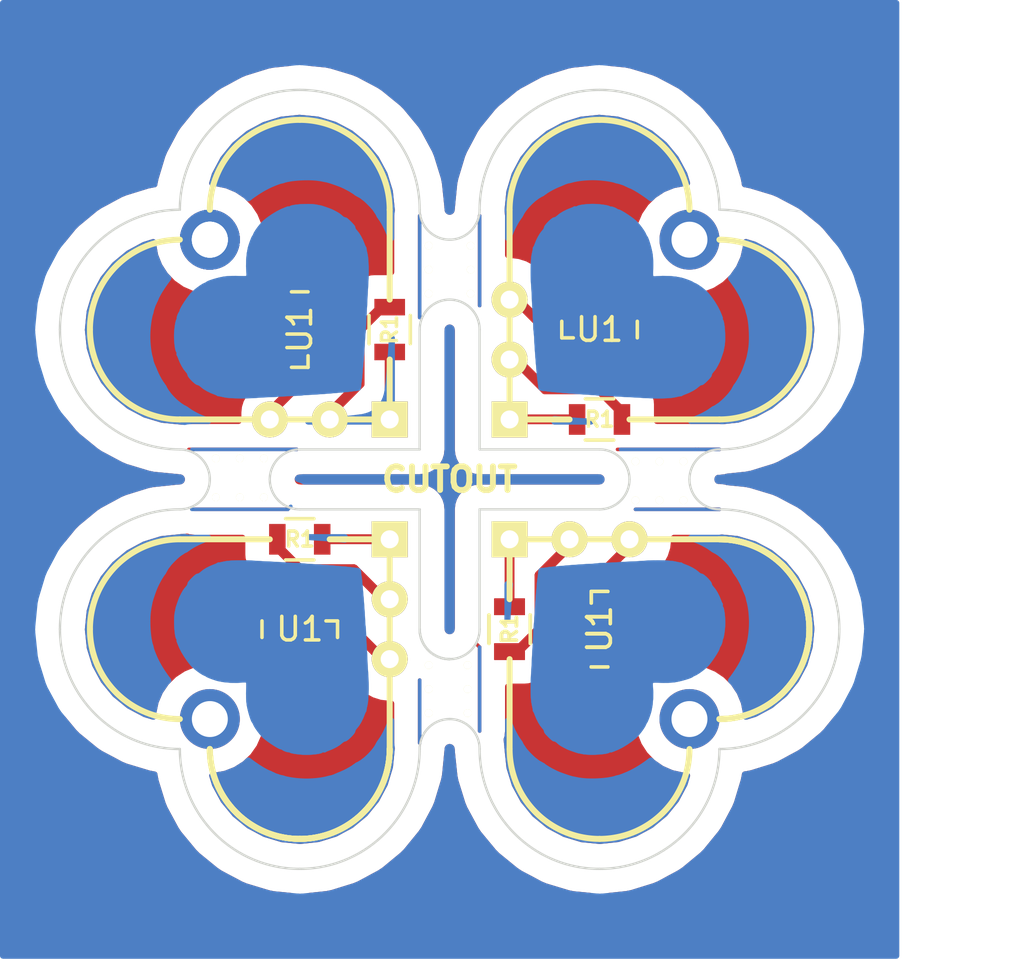
<source format=kicad_pcb>
(kicad_pcb (version 4) (host pcbnew 4.0.4-stable)
  (layers (0 F.Cu signal) (31 B.Cu signal) (34 B.Paste user hide) (35 F.Paste user) (36 B.SilkS user) (37 F.SilkS user) (38 B.Mask user hide) (39 F.Mask user) (44 Edge.Cuts user))
  (net 0 "")
  (net 1 "Net-(P1-Pad1)")
  (net 2 "Net-(P1-Pad2)")
  (net 3 "Net-(P1-Pad3)")
  (module Pin_Headers:Pin_Header_Straight_1x03 (layer F.Cu) (at 222.25 101.6 270)
    (fp_text reference P1 hide)
    (fp_text value CONN_01X03 hide)
    (pad 1 thru_hole rect (at 0 0 270) (size 1.524 1.524) (drill 0.762) (layers *.Cu *.Mask F.SilkS) (net 1 "Net-(P1-Pad1)"))
    (pad 2 thru_hole oval (at 0 2.54 270) (size 1.524 1.524) (drill 0.762) (layers *.Cu *.Mask F.SilkS) (net 2 "Net-(P1-Pad2)"))
    (pad 3 thru_hole oval (at 0 5.08 270) (size 1.524 1.524) (drill 0.762) (layers *.Cu *.Mask F.SilkS) (net 3 "Net-(P1-Pad3)"))
  )
  (module myFootPrints:heart (layer F.Cu) (at 231.394 97.536 315)
    (fp_text reference G*** hide)
    (fp_text value LOGO hide)
    (fp_poly (pts (xy 2.192727 -3.998538) (xy 2.407004 -3.972541) (xy 2.633824 -3.930282) (xy 2.851827 -3.876519) (xy 3.03965 -3.816012) (xy 3.076222 -3.801688) (xy 3.202096 -3.749754) (xy 3.28436 -3.714161) (xy 3.331905 -3.690529) (xy 3.353625 -3.674478) (xy 3.358445 -3.662701) (xy 3.380515 -3.641736) (xy 3.390299 -3.640667) (xy 3.450012 -3.62085) (xy 3.538899 -3.566371) (xy 3.648554 -3.484681) (xy 3.770572 -3.383236) (xy 3.896549 -3.269489) (xy 4.018079 -3.150893) (xy 4.126758 -3.034903) (xy 4.21418 -2.928972) (xy 4.249533 -2.878667) (xy 4.298061 -2.804964) (xy 4.334229 -2.752605) (xy 4.345958 -2.737555) (xy 4.365489 -2.70552) (xy 4.401331 -2.636893) (xy 4.446324 -2.546415) (xy 4.49331 -2.448829) (xy 4.535133 -2.358878) (xy 4.564634 -2.291303) (xy 4.572062 -2.271889) (xy 4.626033 -2.107347) (xy 4.66081 -1.981997) (xy 4.679419 -1.883144) (xy 4.684889 -1.798834) (xy 4.695233 -1.700676) (xy 4.723563 -1.640253) (xy 4.727222 -1.636889) (xy 4.748841 -1.603313) (xy 4.762126 -1.539616) (xy 4.768479 -1.435983) (xy 4.769556 -1.340556) (xy 4.767022 -1.205064) (xy 4.758485 -1.116012) (xy 4.742544 -1.063583) (xy 4.727222 -1.044222) (xy 4.69732 -0.988418) (xy 4.684998 -0.893329) (xy 4.684889 -0.882277) (xy 4.671266 -0.755422) (xy 4.633935 -0.598345) (xy 4.578205 -0.429237) (xy 4.509384 -0.26629) (xy 4.498834 -0.244657) (xy 4.470543 -0.176454) (xy 4.459111 -0.127065) (xy 4.444708 -0.086143) (xy 4.436235 -0.079963) (xy 4.41155 -0.052825) (xy 4.367199 0.010322) (xy 4.312016 0.096767) (xy 4.302179 0.112889) (xy 4.222957 0.225124) (xy 4.106046 0.36527) (xy 3.958125 0.526345) (xy 3.785871 0.701366) (xy 3.595962 0.883349) (xy 3.395074 1.06531) (xy 3.372556 1.085058) (xy 3.253264 1.190056) (xy 3.131373 1.298575) (xy 3.023485 1.395775) (xy 2.963333 1.450848) (xy 2.863736 1.542034) (xy 2.758803 1.636434) (xy 2.681111 1.704984) (xy 2.618885 1.759953) (xy 2.526599 1.842568) (xy 2.415564 1.942589) (xy 2.297093 2.049773) (xy 2.182497 2.153878) (xy 2.083089 2.244662) (xy 2.01018 2.311884) (xy 1.991972 2.328935) (xy 1.948646 2.366099) (xy 1.889018 2.413602) (xy 1.836447 2.456652) (xy 1.755392 2.525898) (xy 1.659315 2.609766) (xy 1.606796 2.656284) (xy 1.444508 2.80004) (xy 1.278879 2.945376) (xy 1.118957 3.084462) (xy 0.973788 3.209465) (xy 0.852422 3.312555) (xy 0.763905 3.3859) (xy 0.762957 3.386667) (xy 0.674044 3.460171) (xy 0.587214 3.534552) (xy 0.553184 3.564776) (xy 0.483118 3.624553) (xy 0.389797 3.699442) (xy 0.310445 3.760359) (xy 0.23047 3.821393) (xy 0.169678 3.869911) (xy 0.141159 3.895461) (xy 0.141111 3.895524) (xy 0.109654 3.920015) (xy 0.056887 3.951397) (xy 0.009334 3.974633) (xy -0.0052 3.978475) (xy -0.033669 3.965619) (xy -0.070555 3.945609) (xy -0.121151 3.912521) (xy -0.141111 3.894542) (xy -0.170638 3.868179) (xy -0.230155 3.822239) (xy -0.270115 3.793024) (xy -0.353471 3.729889) (xy -0.454908 3.648478) (xy -0.538226 3.578551) (xy -0.640192 3.491363) (xy -0.748102 3.400118) (xy -0.821248 3.33899) (xy -0.929597 3.248123) (xy -1.059858 3.137189) (xy -1.201261 3.015537) (xy -1.343032 2.892516) (xy -1.4744 2.777475) (xy -1.584592 2.679763) (xy -1.662836 2.608729) (xy -1.665111 2.60661) (xy -1.750094 2.529687) (xy -1.833194 2.458196) (xy -1.876778 2.42296) (xy -1.940828 2.372283) (xy -1.987666 2.332894) (xy -1.991972 2.328935) (xy -2.052638 2.27262) (xy -2.143998 2.188958) (xy -2.254682 2.088244) (xy -2.37332 1.980769) (xy -2.488543 1.876825) (xy -2.58898 1.786706) (xy -2.663262 1.720704) (xy -2.681111 1.70509) (xy -2.766575 1.629353) (xy -2.871052 1.534586) (xy -2.972652 1.440655) (xy -2.977444 1.436168) (xy -3.082508 1.339792) (xy -3.207118 1.228523) (xy -3.32745 1.123587) (xy -3.348772 1.105342) (xy -3.513242 0.96005) (xy -3.681298 0.802428) (xy -3.845149 0.640582) (xy -3.997001 0.482621) (xy -4.12906 0.336651) (xy -4.233533 0.21078) (xy -4.302628 0.113115) (xy -4.302764 0.112889) (xy -4.358667 0.023686) (xy -4.405297 -0.044343) (xy -4.433839 -0.078461) (xy -4.436235 -0.079963) (xy -4.457475 -0.11243) (xy -4.459111 -0.127065) (xy -4.471018 -0.177861) (xy -4.498834 -0.244657) (xy -4.569086 -0.405248) (xy -4.627003 -0.57459) (xy -4.667276 -0.73449) (xy -4.684598 -0.866755) (xy -4.684889 -0.882277) (xy -4.695233 -0.980435) (xy -4.723563 -1.040858) (xy -4.727222 -1.044222) (xy -4.749863 -1.091457) (xy -4.764805 -1.178358) (xy -4.772047 -1.288675) (xy -4.771593 -1.406157) (xy -4.763441 -1.514554) (xy -4.747589 -1.597616) (xy -4.727222 -1.636889) (xy -4.69732 -1.692693) (xy -4.684998 -1.787782) (xy -4.684889 -1.798834) (xy -4.671266 -1.925689) (xy -4.633935 -2.082766) (xy -4.578205 -2.251874) (xy -4.509384 -2.414821) (xy -4.498834 -2.436454) (xy -4.47056 -2.504406) (xy -4.459111 -2.553379) (xy -4.436389 -2.594884) (xy -4.416778 -2.60665) (xy -4.379224 -2.645041) (xy -4.374444 -2.667319) (xy -4.355634 -2.721349) (xy -4.303953 -2.805845) (xy -4.226529 -2.911447) (xy -4.130489 -3.028796) (xy -4.022959 -3.14853) (xy -3.95406 -3.219447) (xy -3.856115 -3.311128) (xy -3.746418 -3.404553) (xy -3.635327 -3.491951) (xy -3.533198 -3.56555) (xy -3.450388 -3.617581) (xy -3.397253 -3.640273) (xy -3.39265 -3.640667) (xy -3.356428 -3.657317) (xy -3.353741 -3.661833) (xy -3.320172 -3.692286) (xy -3.255112 -3.729471) (xy -3.180721 -3.762581) (xy -3.119159 -3.780809) (xy -3.107802 -3.781778) (xy -3.048024 -3.798373) (xy -3.028873 -3.812194) (xy -2.980523 -3.837822) (xy -2.888217 -3.868204) (xy -2.763955 -3.9007) (xy -2.619738 -3.932671) (xy -2.467569 -3.961476) (xy -2.319447 -3.984475) (xy -2.187374 -3.999029) (xy -2.175485 -3.99992) (xy -2.066812 -4.00005) (xy -1.931138 -3.989418) (xy -1.785396 -3.970573) (xy -1.646524 -3.946066) (xy -1.531457 -3.918447) (xy -1.460883 -3.892324) (xy -1.395881 -3.869949) (xy -1.366528 -3.866444) (xy -1.309004 -3.851838) (xy -1.216046 -3.812168) (xy -1.099199 -3.753664) (xy -0.970009 -3.682551) (xy -0.84002 -3.605056) (xy -0.720777 -3.527408) (xy -0.666954 -3.489113) (xy -0.560423 -3.4028) (xy -0.436002 -3.290508) (xy -0.312206 -3.169394) (xy -0.241893 -3.095217) (xy -0.152452 -2.9993) (xy -0.075854 -2.921022) (xy -0.020448 -2.868656) (xy 0.00506 -2.850444) (xy 0.037106 -2.870233) (xy 0.084751 -2.918723) (xy 0.091909 -2.927229) (xy 0.282684 -3.140524) (xy 0.489233 -3.339651) (xy 0.698368 -3.51289) (xy 0.896901 -3.648518) (xy 0.916139 -3.659837) (xy 1.004263 -3.707536) (xy 1.107313 -3.758526) (xy 1.210558 -3.806118) (xy 1.299266 -3.843623) (xy 1.358702 -3.864349) (xy 1.37113 -3.866444) (xy 1.430229 -3.879152) (xy 1.460883 -3.892324) (xy 1.543447 -3.922454) (xy 1.665446 -3.950808) (xy 1.809875 -3.974917) (xy 1.959729 -3.992315) (xy 2.098002 -4.000532) (xy 2.192727 -3.998538)) (layer B.Cu) (width 0.01))
  )
  (module myFootPrints:heart (layer F.Cu) (at 218.186 110.744 135)
    (fp_text reference G*** hide)
    (fp_text value LOGO hide)
    (fp_poly (pts (xy 2.192727 -3.998538) (xy 2.407004 -3.972541) (xy 2.633824 -3.930282) (xy 2.851827 -3.876519) (xy 3.03965 -3.816012) (xy 3.076222 -3.801688) (xy 3.202096 -3.749754) (xy 3.28436 -3.714161) (xy 3.331905 -3.690529) (xy 3.353625 -3.674478) (xy 3.358445 -3.662701) (xy 3.380515 -3.641736) (xy 3.390299 -3.640667) (xy 3.450012 -3.62085) (xy 3.538899 -3.566371) (xy 3.648554 -3.484681) (xy 3.770572 -3.383236) (xy 3.896549 -3.269489) (xy 4.018079 -3.150893) (xy 4.126758 -3.034903) (xy 4.21418 -2.928972) (xy 4.249533 -2.878667) (xy 4.298061 -2.804964) (xy 4.334229 -2.752605) (xy 4.345958 -2.737555) (xy 4.365489 -2.70552) (xy 4.401331 -2.636893) (xy 4.446324 -2.546415) (xy 4.49331 -2.448829) (xy 4.535133 -2.358878) (xy 4.564634 -2.291303) (xy 4.572062 -2.271889) (xy 4.626033 -2.107347) (xy 4.66081 -1.981997) (xy 4.679419 -1.883144) (xy 4.684889 -1.798834) (xy 4.695233 -1.700676) (xy 4.723563 -1.640253) (xy 4.727222 -1.636889) (xy 4.748841 -1.603313) (xy 4.762126 -1.539616) (xy 4.768479 -1.435983) (xy 4.769556 -1.340556) (xy 4.767022 -1.205064) (xy 4.758485 -1.116012) (xy 4.742544 -1.063583) (xy 4.727222 -1.044222) (xy 4.69732 -0.988418) (xy 4.684998 -0.893329) (xy 4.684889 -0.882277) (xy 4.671266 -0.755422) (xy 4.633935 -0.598345) (xy 4.578205 -0.429237) (xy 4.509384 -0.26629) (xy 4.498834 -0.244657) (xy 4.470543 -0.176454) (xy 4.459111 -0.127065) (xy 4.444708 -0.086143) (xy 4.436235 -0.079963) (xy 4.41155 -0.052825) (xy 4.367199 0.010322) (xy 4.312016 0.096767) (xy 4.302179 0.112889) (xy 4.222957 0.225124) (xy 4.106046 0.36527) (xy 3.958125 0.526345) (xy 3.785871 0.701366) (xy 3.595962 0.883349) (xy 3.395074 1.06531) (xy 3.372556 1.085058) (xy 3.253264 1.190056) (xy 3.131373 1.298575) (xy 3.023485 1.395775) (xy 2.963333 1.450848) (xy 2.863736 1.542034) (xy 2.758803 1.636434) (xy 2.681111 1.704984) (xy 2.618885 1.759953) (xy 2.526599 1.842568) (xy 2.415564 1.942589) (xy 2.297093 2.049773) (xy 2.182497 2.153878) (xy 2.083089 2.244662) (xy 2.01018 2.311884) (xy 1.991972 2.328935) (xy 1.948646 2.366099) (xy 1.889018 2.413602) (xy 1.836447 2.456652) (xy 1.755392 2.525898) (xy 1.659315 2.609766) (xy 1.606796 2.656284) (xy 1.444508 2.80004) (xy 1.278879 2.945376) (xy 1.118957 3.084462) (xy 0.973788 3.209465) (xy 0.852422 3.312555) (xy 0.763905 3.3859) (xy 0.762957 3.386667) (xy 0.674044 3.460171) (xy 0.587214 3.534552) (xy 0.553184 3.564776) (xy 0.483118 3.624553) (xy 0.389797 3.699442) (xy 0.310445 3.760359) (xy 0.23047 3.821393) (xy 0.169678 3.869911) (xy 0.141159 3.895461) (xy 0.141111 3.895524) (xy 0.109654 3.920015) (xy 0.056887 3.951397) (xy 0.009334 3.974633) (xy -0.0052 3.978475) (xy -0.033669 3.965619) (xy -0.070555 3.945609) (xy -0.121151 3.912521) (xy -0.141111 3.894542) (xy -0.170638 3.868179) (xy -0.230155 3.822239) (xy -0.270115 3.793024) (xy -0.353471 3.729889) (xy -0.454908 3.648478) (xy -0.538226 3.578551) (xy -0.640192 3.491363) (xy -0.748102 3.400118) (xy -0.821248 3.33899) (xy -0.929597 3.248123) (xy -1.059858 3.137189) (xy -1.201261 3.015537) (xy -1.343032 2.892516) (xy -1.4744 2.777475) (xy -1.584592 2.679763) (xy -1.662836 2.608729) (xy -1.665111 2.60661) (xy -1.750094 2.529687) (xy -1.833194 2.458196) (xy -1.876778 2.42296) (xy -1.940828 2.372283) (xy -1.987666 2.332894) (xy -1.991972 2.328935) (xy -2.052638 2.27262) (xy -2.143998 2.188958) (xy -2.254682 2.088244) (xy -2.37332 1.980769) (xy -2.488543 1.876825) (xy -2.58898 1.786706) (xy -2.663262 1.720704) (xy -2.681111 1.70509) (xy -2.766575 1.629353) (xy -2.871052 1.534586) (xy -2.972652 1.440655) (xy -2.977444 1.436168) (xy -3.082508 1.339792) (xy -3.207118 1.228523) (xy -3.32745 1.123587) (xy -3.348772 1.105342) (xy -3.513242 0.96005) (xy -3.681298 0.802428) (xy -3.845149 0.640582) (xy -3.997001 0.482621) (xy -4.12906 0.336651) (xy -4.233533 0.21078) (xy -4.302628 0.113115) (xy -4.302764 0.112889) (xy -4.358667 0.023686) (xy -4.405297 -0.044343) (xy -4.433839 -0.078461) (xy -4.436235 -0.079963) (xy -4.457475 -0.11243) (xy -4.459111 -0.127065) (xy -4.471018 -0.177861) (xy -4.498834 -0.244657) (xy -4.569086 -0.405248) (xy -4.627003 -0.57459) (xy -4.667276 -0.73449) (xy -4.684598 -0.866755) (xy -4.684889 -0.882277) (xy -4.695233 -0.980435) (xy -4.723563 -1.040858) (xy -4.727222 -1.044222) (xy -4.749863 -1.091457) (xy -4.764805 -1.178358) (xy -4.772047 -1.288675) (xy -4.771593 -1.406157) (xy -4.763441 -1.514554) (xy -4.747589 -1.597616) (xy -4.727222 -1.636889) (xy -4.69732 -1.692693) (xy -4.684998 -1.787782) (xy -4.684889 -1.798834) (xy -4.671266 -1.925689) (xy -4.633935 -2.082766) (xy -4.578205 -2.251874) (xy -4.509384 -2.414821) (xy -4.498834 -2.436454) (xy -4.47056 -2.504406) (xy -4.459111 -2.553379) (xy -4.436389 -2.594884) (xy -4.416778 -2.60665) (xy -4.379224 -2.645041) (xy -4.374444 -2.667319) (xy -4.355634 -2.721349) (xy -4.303953 -2.805845) (xy -4.226529 -2.911447) (xy -4.130489 -3.028796) (xy -4.022959 -3.14853) (xy -3.95406 -3.219447) (xy -3.856115 -3.311128) (xy -3.746418 -3.404553) (xy -3.635327 -3.491951) (xy -3.533198 -3.56555) (xy -3.450388 -3.617581) (xy -3.397253 -3.640273) (xy -3.39265 -3.640667) (xy -3.356428 -3.657317) (xy -3.353741 -3.661833) (xy -3.320172 -3.692286) (xy -3.255112 -3.729471) (xy -3.180721 -3.762581) (xy -3.119159 -3.780809) (xy -3.107802 -3.781778) (xy -3.048024 -3.798373) (xy -3.028873 -3.812194) (xy -2.980523 -3.837822) (xy -2.888217 -3.868204) (xy -2.763955 -3.9007) (xy -2.619738 -3.932671) (xy -2.467569 -3.961476) (xy -2.319447 -3.984475) (xy -2.187374 -3.999029) (xy -2.175485 -3.99992) (xy -2.066812 -4.00005) (xy -1.931138 -3.989418) (xy -1.785396 -3.970573) (xy -1.646524 -3.946066) (xy -1.531457 -3.918447) (xy -1.460883 -3.892324) (xy -1.395881 -3.869949) (xy -1.366528 -3.866444) (xy -1.309004 -3.851838) (xy -1.216046 -3.812168) (xy -1.099199 -3.753664) (xy -0.970009 -3.682551) (xy -0.84002 -3.605056) (xy -0.720777 -3.527408) (xy -0.666954 -3.489113) (xy -0.560423 -3.4028) (xy -0.436002 -3.290508) (xy -0.312206 -3.169394) (xy -0.241893 -3.095217) (xy -0.152452 -2.9993) (xy -0.075854 -2.921022) (xy -0.020448 -2.868656) (xy 0.00506 -2.850444) (xy 0.037106 -2.870233) (xy 0.084751 -2.918723) (xy 0.091909 -2.927229) (xy 0.282684 -3.140524) (xy 0.489233 -3.339651) (xy 0.698368 -3.51289) (xy 0.896901 -3.648518) (xy 0.916139 -3.659837) (xy 1.004263 -3.707536) (xy 1.107313 -3.758526) (xy 1.210558 -3.806118) (xy 1.299266 -3.843623) (xy 1.358702 -3.864349) (xy 1.37113 -3.866444) (xy 1.430229 -3.879152) (xy 1.460883 -3.892324) (xy 1.543447 -3.922454) (xy 1.665446 -3.950808) (xy 1.809875 -3.974917) (xy 1.959729 -3.992315) (xy 2.098002 -4.000532) (xy 2.192727 -3.998538)) (layer B.Cu) (width 0.01))
  )
  (module myFootPrints:heart (layer F.Cu) (at 218.186 97.536 45)
    (fp_text reference G*** hide)
    (fp_text value LOGO hide)
    (fp_poly (pts (xy 2.192727 -3.998538) (xy 2.407004 -3.972541) (xy 2.633824 -3.930282) (xy 2.851827 -3.876519) (xy 3.03965 -3.816012) (xy 3.076222 -3.801688) (xy 3.202096 -3.749754) (xy 3.28436 -3.714161) (xy 3.331905 -3.690529) (xy 3.353625 -3.674478) (xy 3.358445 -3.662701) (xy 3.380515 -3.641736) (xy 3.390299 -3.640667) (xy 3.450012 -3.62085) (xy 3.538899 -3.566371) (xy 3.648554 -3.484681) (xy 3.770572 -3.383236) (xy 3.896549 -3.269489) (xy 4.018079 -3.150893) (xy 4.126758 -3.034903) (xy 4.21418 -2.928972) (xy 4.249533 -2.878667) (xy 4.298061 -2.804964) (xy 4.334229 -2.752605) (xy 4.345958 -2.737555) (xy 4.365489 -2.70552) (xy 4.401331 -2.636893) (xy 4.446324 -2.546415) (xy 4.49331 -2.448829) (xy 4.535133 -2.358878) (xy 4.564634 -2.291303) (xy 4.572062 -2.271889) (xy 4.626033 -2.107347) (xy 4.66081 -1.981997) (xy 4.679419 -1.883144) (xy 4.684889 -1.798834) (xy 4.695233 -1.700676) (xy 4.723563 -1.640253) (xy 4.727222 -1.636889) (xy 4.748841 -1.603313) (xy 4.762126 -1.539616) (xy 4.768479 -1.435983) (xy 4.769556 -1.340556) (xy 4.767022 -1.205064) (xy 4.758485 -1.116012) (xy 4.742544 -1.063583) (xy 4.727222 -1.044222) (xy 4.69732 -0.988418) (xy 4.684998 -0.893329) (xy 4.684889 -0.882277) (xy 4.671266 -0.755422) (xy 4.633935 -0.598345) (xy 4.578205 -0.429237) (xy 4.509384 -0.26629) (xy 4.498834 -0.244657) (xy 4.470543 -0.176454) (xy 4.459111 -0.127065) (xy 4.444708 -0.086143) (xy 4.436235 -0.079963) (xy 4.41155 -0.052825) (xy 4.367199 0.010322) (xy 4.312016 0.096767) (xy 4.302179 0.112889) (xy 4.222957 0.225124) (xy 4.106046 0.36527) (xy 3.958125 0.526345) (xy 3.785871 0.701366) (xy 3.595962 0.883349) (xy 3.395074 1.06531) (xy 3.372556 1.085058) (xy 3.253264 1.190056) (xy 3.131373 1.298575) (xy 3.023485 1.395775) (xy 2.963333 1.450848) (xy 2.863736 1.542034) (xy 2.758803 1.636434) (xy 2.681111 1.704984) (xy 2.618885 1.759953) (xy 2.526599 1.842568) (xy 2.415564 1.942589) (xy 2.297093 2.049773) (xy 2.182497 2.153878) (xy 2.083089 2.244662) (xy 2.01018 2.311884) (xy 1.991972 2.328935) (xy 1.948646 2.366099) (xy 1.889018 2.413602) (xy 1.836447 2.456652) (xy 1.755392 2.525898) (xy 1.659315 2.609766) (xy 1.606796 2.656284) (xy 1.444508 2.80004) (xy 1.278879 2.945376) (xy 1.118957 3.084462) (xy 0.973788 3.209465) (xy 0.852422 3.312555) (xy 0.763905 3.3859) (xy 0.762957 3.386667) (xy 0.674044 3.460171) (xy 0.587214 3.534552) (xy 0.553184 3.564776) (xy 0.483118 3.624553) (xy 0.389797 3.699442) (xy 0.310445 3.760359) (xy 0.23047 3.821393) (xy 0.169678 3.869911) (xy 0.141159 3.895461) (xy 0.141111 3.895524) (xy 0.109654 3.920015) (xy 0.056887 3.951397) (xy 0.009334 3.974633) (xy -0.0052 3.978475) (xy -0.033669 3.965619) (xy -0.070555 3.945609) (xy -0.121151 3.912521) (xy -0.141111 3.894542) (xy -0.170638 3.868179) (xy -0.230155 3.822239) (xy -0.270115 3.793024) (xy -0.353471 3.729889) (xy -0.454908 3.648478) (xy -0.538226 3.578551) (xy -0.640192 3.491363) (xy -0.748102 3.400118) (xy -0.821248 3.33899) (xy -0.929597 3.248123) (xy -1.059858 3.137189) (xy -1.201261 3.015537) (xy -1.343032 2.892516) (xy -1.4744 2.777475) (xy -1.584592 2.679763) (xy -1.662836 2.608729) (xy -1.665111 2.60661) (xy -1.750094 2.529687) (xy -1.833194 2.458196) (xy -1.876778 2.42296) (xy -1.940828 2.372283) (xy -1.987666 2.332894) (xy -1.991972 2.328935) (xy -2.052638 2.27262) (xy -2.143998 2.188958) (xy -2.254682 2.088244) (xy -2.37332 1.980769) (xy -2.488543 1.876825) (xy -2.58898 1.786706) (xy -2.663262 1.720704) (xy -2.681111 1.70509) (xy -2.766575 1.629353) (xy -2.871052 1.534586) (xy -2.972652 1.440655) (xy -2.977444 1.436168) (xy -3.082508 1.339792) (xy -3.207118 1.228523) (xy -3.32745 1.123587) (xy -3.348772 1.105342) (xy -3.513242 0.96005) (xy -3.681298 0.802428) (xy -3.845149 0.640582) (xy -3.997001 0.482621) (xy -4.12906 0.336651) (xy -4.233533 0.21078) (xy -4.302628 0.113115) (xy -4.302764 0.112889) (xy -4.358667 0.023686) (xy -4.405297 -0.044343) (xy -4.433839 -0.078461) (xy -4.436235 -0.079963) (xy -4.457475 -0.11243) (xy -4.459111 -0.127065) (xy -4.471018 -0.177861) (xy -4.498834 -0.244657) (xy -4.569086 -0.405248) (xy -4.627003 -0.57459) (xy -4.667276 -0.73449) (xy -4.684598 -0.866755) (xy -4.684889 -0.882277) (xy -4.695233 -0.980435) (xy -4.723563 -1.040858) (xy -4.727222 -1.044222) (xy -4.749863 -1.091457) (xy -4.764805 -1.178358) (xy -4.772047 -1.288675) (xy -4.771593 -1.406157) (xy -4.763441 -1.514554) (xy -4.747589 -1.597616) (xy -4.727222 -1.636889) (xy -4.69732 -1.692693) (xy -4.684998 -1.787782) (xy -4.684889 -1.798834) (xy -4.671266 -1.925689) (xy -4.633935 -2.082766) (xy -4.578205 -2.251874) (xy -4.509384 -2.414821) (xy -4.498834 -2.436454) (xy -4.47056 -2.504406) (xy -4.459111 -2.553379) (xy -4.436389 -2.594884) (xy -4.416778 -2.60665) (xy -4.379224 -2.645041) (xy -4.374444 -2.667319) (xy -4.355634 -2.721349) (xy -4.303953 -2.805845) (xy -4.226529 -2.911447) (xy -4.130489 -3.028796) (xy -4.022959 -3.14853) (xy -3.95406 -3.219447) (xy -3.856115 -3.311128) (xy -3.746418 -3.404553) (xy -3.635327 -3.491951) (xy -3.533198 -3.56555) (xy -3.450388 -3.617581) (xy -3.397253 -3.640273) (xy -3.39265 -3.640667) (xy -3.356428 -3.657317) (xy -3.353741 -3.661833) (xy -3.320172 -3.692286) (xy -3.255112 -3.729471) (xy -3.180721 -3.762581) (xy -3.119159 -3.780809) (xy -3.107802 -3.781778) (xy -3.048024 -3.798373) (xy -3.028873 -3.812194) (xy -2.980523 -3.837822) (xy -2.888217 -3.868204) (xy -2.763955 -3.9007) (xy -2.619738 -3.932671) (xy -2.467569 -3.961476) (xy -2.319447 -3.984475) (xy -2.187374 -3.999029) (xy -2.175485 -3.99992) (xy -2.066812 -4.00005) (xy -1.931138 -3.989418) (xy -1.785396 -3.970573) (xy -1.646524 -3.946066) (xy -1.531457 -3.918447) (xy -1.460883 -3.892324) (xy -1.395881 -3.869949) (xy -1.366528 -3.866444) (xy -1.309004 -3.851838) (xy -1.216046 -3.812168) (xy -1.099199 -3.753664) (xy -0.970009 -3.682551) (xy -0.84002 -3.605056) (xy -0.720777 -3.527408) (xy -0.666954 -3.489113) (xy -0.560423 -3.4028) (xy -0.436002 -3.290508) (xy -0.312206 -3.169394) (xy -0.241893 -3.095217) (xy -0.152452 -2.9993) (xy -0.075854 -2.921022) (xy -0.020448 -2.868656) (xy 0.00506 -2.850444) (xy 0.037106 -2.870233) (xy 0.084751 -2.918723) (xy 0.091909 -2.927229) (xy 0.282684 -3.140524) (xy 0.489233 -3.339651) (xy 0.698368 -3.51289) (xy 0.896901 -3.648518) (xy 0.916139 -3.659837) (xy 1.004263 -3.707536) (xy 1.107313 -3.758526) (xy 1.210558 -3.806118) (xy 1.299266 -3.843623) (xy 1.358702 -3.864349) (xy 1.37113 -3.866444) (xy 1.430229 -3.879152) (xy 1.460883 -3.892324) (xy 1.543447 -3.922454) (xy 1.665446 -3.950808) (xy 1.809875 -3.974917) (xy 1.959729 -3.992315) (xy 2.098002 -4.000532) (xy 2.192727 -3.998538)) (layer B.Cu) (width 0.01))
  )
  (module Resistors_SMD:R_0805 (layer F.Cu) (at 231.14 101.6)
    (fp_text reference R1 (at 0 0) (layer F.SilkS) (effects (font (size 0.635 0.635))))
    (fp_text value 6K8)
    (pad 1 smd rect (at -0.95 0) (size 0.7 1.3) (layers F.Cu F.Paste F.Mask) (net 1 "Net-(P1-Pad1)"))
    (pad 2 smd rect (at 0.95 0) (size 0.7 1.3) (layers F.Cu F.Paste F.Mask) (net 2 "Net-(P1-Pad2)"))
  )
  (module myFootPrints:MOUSEBITEx3 (layer F.Cu) (at 225.679 95.25 90)
    (fp_text reference B3 hide)
    (fp_text value 1pin hide)
    (pad "" np_thru_hole circle (at -1.016 0 90) (size 0.3302 0.3302) (drill 0.3302) (layers *.Cu *.Mask F.SilkS))
    (pad "" np_thru_hole circle (at 1.016 0 90) (size 0.3302 0.3302) (drill 0.3302) (layers *.Cu *.Mask F.SilkS))
    (pad "" np_thru_hole circle (at 0 0 90) (size 0.3302 0.3302) (drill 0.3302) (layers *.Cu *.Mask F.SilkS))
  )
  (module myFootPrints:MOUSEBITEx3 (layer F.Cu) (at 233.68 103.378 180)
    (fp_text reference B3 hide)
    (fp_text value 1pin hide)
    (pad "" np_thru_hole circle (at -1.016 0 180) (size 0.3302 0.3302) (drill 0.3302) (layers *.Cu *.Mask F.SilkS))
    (pad "" np_thru_hole circle (at 1.016 0 180) (size 0.3302 0.3302) (drill 0.3302) (layers *.Cu *.Mask F.SilkS))
    (pad "" np_thru_hole circle (at 0 0 180) (size 0.3302 0.3302) (drill 0.3302) (layers *.Cu *.Mask F.SilkS))
  )
  (module Pin_Headers:Pin_Header_Straight_1x03 (layer F.Cu) (at 227.33 101.6 180)
    (fp_text reference P1 hide)
    (fp_text value CONN_01X03 hide)
    (pad 1 thru_hole rect (at 0 0 180) (size 1.524 1.524) (drill 0.762) (layers *.Cu *.Mask F.SilkS) (net 1 "Net-(P1-Pad1)"))
    (pad 2 thru_hole oval (at 0 2.54 180) (size 1.524 1.524) (drill 0.762) (layers *.Cu *.Mask F.SilkS) (net 2 "Net-(P1-Pad2)"))
    (pad 3 thru_hole oval (at 0 5.08 180) (size 1.524 1.524) (drill 0.762) (layers *.Cu *.Mask F.SilkS) (net 3 "Net-(P1-Pad3)"))
  )
  (module Pin_Headers:Pin_Header_Straight_1x01 (layer F.Cu) (at 234.95 93.98 270)
    (fp_text reference P2 hide)
    (fp_text value CONN_01X03)
    (pad "" thru_hole circle (at 0 0 270) (size 2.54 2.54) (drill 1.524) (layers *.Cu *.Mask))
  )
  (module TO_SOT_Packages_SMD:TSOT-6-MK06A (layer F.Cu) (at 231.14 97.79)
    (fp_text reference U1 (at 0 0) (layer F.SilkS))
    (fp_text value DS2431P)
    (pad 1 smd rect (at -0.94996 1.30048) (size 0.69088 1.00076) (layers F.Cu F.Paste F.Mask) (net 3 "Net-(P1-Pad3)"))
    (pad 2 smd rect (at 0 1.30048) (size 0.69088 1.00076) (layers F.Cu F.Paste F.Mask) (net 2 "Net-(P1-Pad2)"))
    (pad 3 smd rect (at 0.94996 1.30048) (size 0.69088 1.00076) (layers F.Cu F.Paste F.Mask))
    (pad 4 smd rect (at 0.94996 -1.30048) (size 0.69088 1.00076) (layers F.Cu F.Paste F.Mask))
    (pad 5 smd rect (at 0 -1.30048) (size 0.69088 1.00076) (layers F.Cu F.Paste F.Mask))
    (pad 6 smd rect (at -0.94996 -1.30048) (size 0.69088 1.00076) (layers F.Cu F.Paste F.Mask))
  )
  (module TO_SOT_Packages_SMD:TSOT-6-MK06A (layer F.Cu) (at 218.44 110.49 180)
    (fp_text reference U1 (at 0 0 180) (layer F.SilkS))
    (fp_text value DS2431P)
    (pad 1 smd rect (at -0.94996 1.30048 180) (size 0.69088 1.00076) (layers F.Cu F.Paste F.Mask) (net 3 "Net-(P1-Pad3)"))
    (pad 2 smd rect (at 0 1.30048 180) (size 0.69088 1.00076) (layers F.Cu F.Paste F.Mask) (net 2 "Net-(P1-Pad2)"))
    (pad 3 smd rect (at 0.94996 1.30048 180) (size 0.69088 1.00076) (layers F.Cu F.Paste F.Mask))
    (pad 4 smd rect (at 0.94996 -1.30048 180) (size 0.69088 1.00076) (layers F.Cu F.Paste F.Mask))
    (pad 5 smd rect (at 0 -1.30048 180) (size 0.69088 1.00076) (layers F.Cu F.Paste F.Mask))
    (pad 6 smd rect (at -0.94996 -1.30048 180) (size 0.69088 1.00076) (layers F.Cu F.Paste F.Mask))
  )
  (module Pin_Headers:Pin_Header_Straight_1x01 (layer F.Cu) (at 214.63 114.3 90)
    (fp_text reference P2 hide)
    (fp_text value CONN_01X03)
    (pad "" thru_hole circle (at 0 0 90) (size 2.54 2.54) (drill 1.524) (layers *.Cu *.Mask))
  )
  (module myFootPrints:MOUSEBITEx3 (layer F.Cu) (at 215.9 104.902)
    (fp_text reference B3 hide)
    (fp_text value 1pin hide)
    (pad "" np_thru_hole circle (at -1.016 0) (size 0.3302 0.3302) (drill 0.3302) (layers *.Cu *.Mask F.SilkS))
    (pad "" np_thru_hole circle (at 1.016 0) (size 0.3302 0.3302) (drill 0.3302) (layers *.Cu *.Mask F.SilkS))
    (pad "" np_thru_hole circle (at 0 0) (size 0.3302 0.3302) (drill 0.3302) (layers *.Cu *.Mask F.SilkS))
  )
  (module Resistors_SMD:R_0805 (layer F.Cu) (at 218.44 106.68 180)
    (fp_text reference R1 (at 0 0 180) (layer F.SilkS) (effects (font (size 0.635 0.635))))
    (fp_text value 6K8)
    (pad 1 smd rect (at -0.95 0 180) (size 0.7 1.3) (layers F.Cu F.Paste F.Mask) (net 1 "Net-(P1-Pad1)"))
    (pad 2 smd rect (at 0.95 0 180) (size 0.7 1.3) (layers F.Cu F.Paste F.Mask) (net 2 "Net-(P1-Pad2)"))
  )
  (module Pin_Headers:Pin_Header_Straight_1x03 (layer F.Cu) (at 222.25 106.68)
    (fp_text reference P1 hide)
    (fp_text value CONN_01X03 hide)
    (pad 1 thru_hole rect (at 0 0) (size 1.524 1.524) (drill 0.762) (layers *.Cu *.Mask F.SilkS) (net 1 "Net-(P1-Pad1)"))
    (pad 2 thru_hole oval (at 0 2.54) (size 1.524 1.524) (drill 0.762) (layers *.Cu *.Mask F.SilkS) (net 2 "Net-(P1-Pad2)"))
    (pad 3 thru_hole oval (at 0 5.08) (size 1.524 1.524) (drill 0.762) (layers *.Cu *.Mask F.SilkS) (net 3 "Net-(P1-Pad3)"))
  )
  (module myFootPrints:MOUSEBITEx3 (layer F.Cu) (at 223.901 113.03 270)
    (fp_text reference B3 hide)
    (fp_text value 1pin hide)
    (pad "" np_thru_hole circle (at -1.016 0 270) (size 0.3302 0.3302) (drill 0.3302) (layers *.Cu *.Mask F.SilkS))
    (pad "" np_thru_hole circle (at 1.016 0 270) (size 0.3302 0.3302) (drill 0.3302) (layers *.Cu *.Mask F.SilkS))
    (pad "" np_thru_hole circle (at 0 0 270) (size 0.3302 0.3302) (drill 0.3302) (layers *.Cu *.Mask F.SilkS))
  )
  (module Resistors_SMD:R_0805 (layer F.Cu) (at 227.33 110.49 270)
    (fp_text reference R1 (at 0 0 270) (layer F.SilkS) (effects (font (size 0.635 0.635))))
    (fp_text value 6K8)
    (pad 1 smd rect (at -0.95 0 270) (size 0.7 1.3) (layers F.Cu F.Paste F.Mask) (net 1 "Net-(P1-Pad1)"))
    (pad 2 smd rect (at 0.95 0 270) (size 0.7 1.3) (layers F.Cu F.Paste F.Mask) (net 2 "Net-(P1-Pad2)"))
  )
  (module TO_SOT_Packages_SMD:TSOT-6-MK06A (layer F.Cu) (at 231.14 110.49 270)
    (fp_text reference U1 (at 0 0 270) (layer F.SilkS))
    (fp_text value DS2431P)
    (pad 1 smd rect (at -0.94996 1.30048 270) (size 0.69088 1.00076) (layers F.Cu F.Paste F.Mask) (net 3 "Net-(P1-Pad3)"))
    (pad 2 smd rect (at 0 1.30048 270) (size 0.69088 1.00076) (layers F.Cu F.Paste F.Mask) (net 2 "Net-(P1-Pad2)"))
    (pad 3 smd rect (at 0.94996 1.30048 270) (size 0.69088 1.00076) (layers F.Cu F.Paste F.Mask))
    (pad 4 smd rect (at 0.94996 -1.30048 270) (size 0.69088 1.00076) (layers F.Cu F.Paste F.Mask))
    (pad 5 smd rect (at 0 -1.30048 270) (size 0.69088 1.00076) (layers F.Cu F.Paste F.Mask))
    (pad 6 smd rect (at -0.94996 -1.30048 270) (size 0.69088 1.00076) (layers F.Cu F.Paste F.Mask))
  )
  (module myFootPrints:MOUSEBITEx3 (layer F.Cu) (at 233.68 105.029)
    (fp_text reference B3 hide)
    (fp_text value 1pin hide)
    (pad "" np_thru_hole circle (at -1.016 0) (size 0.3302 0.3302) (drill 0.3302) (layers *.Cu *.Mask F.SilkS))
    (pad "" np_thru_hole circle (at 1.016 0) (size 0.3302 0.3302) (drill 0.3302) (layers *.Cu *.Mask F.SilkS))
    (pad "" np_thru_hole circle (at 0 0) (size 0.3302 0.3302) (drill 0.3302) (layers *.Cu *.Mask F.SilkS))
  )
  (module Pin_Headers:Pin_Header_Straight_1x03 (layer F.Cu) (at 227.33 106.68 90)
    (fp_text reference P1 hide)
    (fp_text value CONN_01X03 hide)
    (pad 1 thru_hole rect (at 0 0 90) (size 1.524 1.524) (drill 0.762) (layers *.Cu *.Mask F.SilkS) (net 1 "Net-(P1-Pad1)"))
    (pad 2 thru_hole oval (at 0 2.54 90) (size 1.524 1.524) (drill 0.762) (layers *.Cu *.Mask F.SilkS) (net 2 "Net-(P1-Pad2)"))
    (pad 3 thru_hole oval (at 0 5.08 90) (size 1.524 1.524) (drill 0.762) (layers *.Cu *.Mask F.SilkS) (net 3 "Net-(P1-Pad3)"))
  )
  (module Pin_Headers:Pin_Header_Straight_1x01 (layer F.Cu) (at 234.95 114.3 180)
    (fp_text reference P2 hide)
    (fp_text value CONN_01X03)
    (pad "" thru_hole circle (at 0 0 180) (size 2.54 2.54) (drill 1.524) (layers *.Cu *.Mask))
  )
  (module TO_SOT_Packages_SMD:TSOT-6-MK06A (layer F.Cu) (at 231.14 110.49 270)
    (fp_text reference U1 (at 0 0 270) (layer F.SilkS))
    (fp_text value DS2431P)
    (pad 1 smd rect (at -0.94996 1.30048 270) (size 0.69088 1.00076) (layers F.Cu F.Paste F.Mask) (net 3 "Net-(P1-Pad3)"))
    (pad 2 smd rect (at 0 1.30048 270) (size 0.69088 1.00076) (layers F.Cu F.Paste F.Mask) (net 2 "Net-(P1-Pad2)"))
    (pad 3 smd rect (at 0.94996 1.30048 270) (size 0.69088 1.00076) (layers F.Cu F.Paste F.Mask))
    (pad 4 smd rect (at 0.94996 -1.30048 270) (size 0.69088 1.00076) (layers F.Cu F.Paste F.Mask))
    (pad 5 smd rect (at 0 -1.30048 270) (size 0.69088 1.00076) (layers F.Cu F.Paste F.Mask))
    (pad 6 smd rect (at -0.94996 -1.30048 270) (size 0.69088 1.00076) (layers F.Cu F.Paste F.Mask))
  )
  (module Resistors_SMD:R_0805 (layer F.Cu) (at 227.33 110.49 270)
    (fp_text reference R1 (at 0 0 270) (layer F.SilkS) (effects (font (size 0.635 0.635))))
    (fp_text value 6K8)
    (pad 1 smd rect (at -0.95 0 270) (size 0.7 1.3) (layers F.Cu F.Paste F.Mask) (net 1 "Net-(P1-Pad1)"))
    (pad 2 smd rect (at 0.95 0 270) (size 0.7 1.3) (layers F.Cu F.Paste F.Mask) (net 2 "Net-(P1-Pad2)"))
  )
  (module Resistors_SMD:R_0805 (layer F.Cu) (at 227.33 110.49 270)
    (fp_text reference R1 (at 0 0 270) (layer F.SilkS) (effects (font (size 0.635 0.635))))
    (fp_text value 6K8)
    (pad 1 smd rect (at -0.95 0 270) (size 0.7 1.3) (layers F.Cu F.Paste F.Mask) (net 1 "Net-(P1-Pad1)"))
    (pad 2 smd rect (at 0.95 0 270) (size 0.7 1.3) (layers F.Cu F.Paste F.Mask) (net 2 "Net-(P1-Pad2)"))
  )
  (module TO_SOT_Packages_SMD:TSOT-6-MK06A (layer F.Cu) (at 231.14 110.49 270)
    (fp_text reference U1 (at 0 0 270) (layer F.SilkS))
    (fp_text value DS2431P)
    (pad 1 smd rect (at -0.94996 1.30048 270) (size 0.69088 1.00076) (layers F.Cu F.Paste F.Mask) (net 3 "Net-(P1-Pad3)"))
    (pad 2 smd rect (at 0 1.30048 270) (size 0.69088 1.00076) (layers F.Cu F.Paste F.Mask) (net 2 "Net-(P1-Pad2)"))
    (pad 3 smd rect (at 0.94996 1.30048 270) (size 0.69088 1.00076) (layers F.Cu F.Paste F.Mask))
    (pad 4 smd rect (at 0.94996 -1.30048 270) (size 0.69088 1.00076) (layers F.Cu F.Paste F.Mask))
    (pad 5 smd rect (at 0 -1.30048 270) (size 0.69088 1.00076) (layers F.Cu F.Paste F.Mask))
    (pad 6 smd rect (at -0.94996 -1.30048 270) (size 0.69088 1.00076) (layers F.Cu F.Paste F.Mask))
  )
  (module myFootPrints:MOUSEBITEx3 (layer F.Cu) (at 225.552 113.03 90)
    (fp_text reference B3 hide)
    (fp_text value 1pin hide)
    (pad "" np_thru_hole circle (at -1.016 0 90) (size 0.3302 0.3302) (drill 0.3302) (layers *.Cu *.Mask F.SilkS))
    (pad "" np_thru_hole circle (at 1.016 0 90) (size 0.3302 0.3302) (drill 0.3302) (layers *.Cu *.Mask F.SilkS))
    (pad "" np_thru_hole circle (at 0 0 90) (size 0.3302 0.3302) (drill 0.3302) (layers *.Cu *.Mask F.SilkS))
  )
  (module TO_SOT_Packages_SMD:TSOT-6-MK06A (layer F.Cu) (at 231.14 110.49 270)
    (fp_text reference U1 (at 0 0 270) (layer F.SilkS))
    (fp_text value DS2431P)
    (pad 1 smd rect (at -0.94996 1.30048 270) (size 0.69088 1.00076) (layers F.Cu F.Paste F.Mask) (net 3 "Net-(P1-Pad3)"))
    (pad 2 smd rect (at 0 1.30048 270) (size 0.69088 1.00076) (layers F.Cu F.Paste F.Mask) (net 2 "Net-(P1-Pad2)"))
    (pad 3 smd rect (at 0.94996 1.30048 270) (size 0.69088 1.00076) (layers F.Cu F.Paste F.Mask))
    (pad 4 smd rect (at 0.94996 -1.30048 270) (size 0.69088 1.00076) (layers F.Cu F.Paste F.Mask))
    (pad 5 smd rect (at 0 -1.30048 270) (size 0.69088 1.00076) (layers F.Cu F.Paste F.Mask))
    (pad 6 smd rect (at -0.94996 -1.30048 270) (size 0.69088 1.00076) (layers F.Cu F.Paste F.Mask))
  )
  (module Resistors_SMD:R_0805 (layer F.Cu) (at 227.33 110.49 270)
    (fp_text reference R1 (at 0 0 270) (layer F.SilkS) (effects (font (size 0.635 0.635))))
    (fp_text value 6K8)
    (pad 1 smd rect (at -0.95 0 270) (size 0.7 1.3) (layers F.Cu F.Paste F.Mask) (net 1 "Net-(P1-Pad1)"))
    (pad 2 smd rect (at 0.95 0 270) (size 0.7 1.3) (layers F.Cu F.Paste F.Mask) (net 2 "Net-(P1-Pad2)"))
  )
  (module Pin_Headers:Pin_Header_Straight_1x01 (layer F.Cu) (at 214.63 93.98)
    (fp_text reference P2 hide)
    (fp_text value CONN_01X03)
    (pad "" thru_hole circle (at 0 0) (size 2.54 2.54) (drill 1.524) (layers *.Cu *.Mask))
  )
  (module myFootPrints:MOUSEBITEx3 (layer F.Cu) (at 223.901 95.25 270)
    (fp_text reference B3 hide)
    (fp_text value 1pin hide)
    (pad "" np_thru_hole circle (at -1.016 0 270) (size 0.3302 0.3302) (drill 0.3302) (layers *.Cu *.Mask F.SilkS))
    (pad "" np_thru_hole circle (at 1.016 0 270) (size 0.3302 0.3302) (drill 0.3302) (layers *.Cu *.Mask F.SilkS))
    (pad "" np_thru_hole circle (at 0 0 270) (size 0.3302 0.3302) (drill 0.3302) (layers *.Cu *.Mask F.SilkS))
  )
  (module Pin_Headers:Pin_Header_Straight_1x01 (layer F.Cu) (at 214.63 93.98)
    (fp_text reference P2 hide)
    (fp_text value CONN_01X03)
    (pad "" thru_hole circle (at 0 0) (size 2.54 2.54) (drill 1.524) (layers *.Cu *.Mask))
  )
  (module Pin_Headers:Pin_Header_Straight_1x01 (layer F.Cu) (at 214.63 93.98)
    (fp_text reference P2 hide)
    (fp_text value CONN_01X03)
    (pad "" thru_hole circle (at 0 0) (size 2.54 2.54) (drill 1.524) (layers *.Cu *.Mask))
  )
  (module myFootPrints:MOUSEBITEx3 (layer F.Cu) (at 215.9 103.251 180)
    (fp_text reference B3 hide)
    (fp_text value 1pin hide)
    (pad "" np_thru_hole circle (at -1.016 0 180) (size 0.3302 0.3302) (drill 0.3302) (layers *.Cu *.Mask F.SilkS))
    (pad "" np_thru_hole circle (at 1.016 0 180) (size 0.3302 0.3302) (drill 0.3302) (layers *.Cu *.Mask F.SilkS) (clearance 0.1))
    (pad "" np_thru_hole circle (at 0 0 180) (size 0.3302 0.3302) (drill 0.3302) (layers *.Cu *.Mask F.SilkS))
  )
  (module Pin_Headers:Pin_Header_Straight_1x01 (layer F.Cu) (at 214.63 93.98)
    (fp_text reference P2 hide)
    (fp_text value CONN_01X03)
    (pad "" thru_hole circle (at 0 0) (size 2.54 2.54) (drill 1.524) (layers *.Cu *.Mask))
  )
  (module TO_SOT_Packages_SMD:TSOT-6-MK06A (layer F.Cu) (at 218.44 97.79 90)
    (fp_text reference U1 (at 0 0 90) (layer F.SilkS))
    (fp_text value DS2431P)
    (pad 1 smd rect (at -0.94996 1.30048 90) (size 0.69088 1.00076) (layers F.Cu F.Paste F.Mask) (net 3 "Net-(P1-Pad3)"))
    (pad 2 smd rect (at 0 1.30048 90) (size 0.69088 1.00076) (layers F.Cu F.Paste F.Mask) (net 2 "Net-(P1-Pad2)"))
    (pad 3 smd rect (at 0.94996 1.30048 90) (size 0.69088 1.00076) (layers F.Cu F.Paste F.Mask))
    (pad 4 smd rect (at 0.94996 -1.30048 90) (size 0.69088 1.00076) (layers F.Cu F.Paste F.Mask))
    (pad 5 smd rect (at 0 -1.30048 90) (size 0.69088 1.00076) (layers F.Cu F.Paste F.Mask))
    (pad 6 smd rect (at -0.94996 -1.30048 90) (size 0.69088 1.00076) (layers F.Cu F.Paste F.Mask))
  )
  (module Resistors_SMD:R_0805 (layer F.Cu) (at 222.25 97.79 90)
    (fp_text reference R1 (at 0 0 90) (layer F.SilkS) (effects (font (size 0.635 0.635))))
    (fp_text value 6K8)
    (pad 1 smd rect (at -0.95 0 90) (size 0.7 1.3) (layers F.Cu F.Paste F.Mask) (net 1 "Net-(P1-Pad1)"))
    (pad 2 smd rect (at 0.95 0 90) (size 0.7 1.3) (layers F.Cu F.Paste F.Mask) (net 2 "Net-(P1-Pad2)"))
  )
  (module myFootPrints:heart (layer F.Cu) (at 231.394 110.744 225)
    (fp_text reference G*** hide)
    (fp_text value LOGO hide)
    (fp_poly (pts (xy 2.192727 -3.998538) (xy 2.407004 -3.972541) (xy 2.633824 -3.930282) (xy 2.851827 -3.876519) (xy 3.03965 -3.816012) (xy 3.076222 -3.801688) (xy 3.202096 -3.749754) (xy 3.28436 -3.714161) (xy 3.331905 -3.690529) (xy 3.353625 -3.674478) (xy 3.358445 -3.662701) (xy 3.380515 -3.641736) (xy 3.390299 -3.640667) (xy 3.450012 -3.62085) (xy 3.538899 -3.566371) (xy 3.648554 -3.484681) (xy 3.770572 -3.383236) (xy 3.896549 -3.269489) (xy 4.018079 -3.150893) (xy 4.126758 -3.034903) (xy 4.21418 -2.928972) (xy 4.249533 -2.878667) (xy 4.298061 -2.804964) (xy 4.334229 -2.752605) (xy 4.345958 -2.737555) (xy 4.365489 -2.70552) (xy 4.401331 -2.636893) (xy 4.446324 -2.546415) (xy 4.49331 -2.448829) (xy 4.535133 -2.358878) (xy 4.564634 -2.291303) (xy 4.572062 -2.271889) (xy 4.626033 -2.107347) (xy 4.66081 -1.981997) (xy 4.679419 -1.883144) (xy 4.684889 -1.798834) (xy 4.695233 -1.700676) (xy 4.723563 -1.640253) (xy 4.727222 -1.636889) (xy 4.748841 -1.603313) (xy 4.762126 -1.539616) (xy 4.768479 -1.435983) (xy 4.769556 -1.340556) (xy 4.767022 -1.205064) (xy 4.758485 -1.116012) (xy 4.742544 -1.063583) (xy 4.727222 -1.044222) (xy 4.69732 -0.988418) (xy 4.684998 -0.893329) (xy 4.684889 -0.882277) (xy 4.671266 -0.755422) (xy 4.633935 -0.598345) (xy 4.578205 -0.429237) (xy 4.509384 -0.26629) (xy 4.498834 -0.244657) (xy 4.470543 -0.176454) (xy 4.459111 -0.127065) (xy 4.444708 -0.086143) (xy 4.436235 -0.079963) (xy 4.41155 -0.052825) (xy 4.367199 0.010322) (xy 4.312016 0.096767) (xy 4.302179 0.112889) (xy 4.222957 0.225124) (xy 4.106046 0.36527) (xy 3.958125 0.526345) (xy 3.785871 0.701366) (xy 3.595962 0.883349) (xy 3.395074 1.06531) (xy 3.372556 1.085058) (xy 3.253264 1.190056) (xy 3.131373 1.298575) (xy 3.023485 1.395775) (xy 2.963333 1.450848) (xy 2.863736 1.542034) (xy 2.758803 1.636434) (xy 2.681111 1.704984) (xy 2.618885 1.759953) (xy 2.526599 1.842568) (xy 2.415564 1.942589) (xy 2.297093 2.049773) (xy 2.182497 2.153878) (xy 2.083089 2.244662) (xy 2.01018 2.311884) (xy 1.991972 2.328935) (xy 1.948646 2.366099) (xy 1.889018 2.413602) (xy 1.836447 2.456652) (xy 1.755392 2.525898) (xy 1.659315 2.609766) (xy 1.606796 2.656284) (xy 1.444508 2.80004) (xy 1.278879 2.945376) (xy 1.118957 3.084462) (xy 0.973788 3.209465) (xy 0.852422 3.312555) (xy 0.763905 3.3859) (xy 0.762957 3.386667) (xy 0.674044 3.460171) (xy 0.587214 3.534552) (xy 0.553184 3.564776) (xy 0.483118 3.624553) (xy 0.389797 3.699442) (xy 0.310445 3.760359) (xy 0.23047 3.821393) (xy 0.169678 3.869911) (xy 0.141159 3.895461) (xy 0.141111 3.895524) (xy 0.109654 3.920015) (xy 0.056887 3.951397) (xy 0.009334 3.974633) (xy -0.0052 3.978475) (xy -0.033669 3.965619) (xy -0.070555 3.945609) (xy -0.121151 3.912521) (xy -0.141111 3.894542) (xy -0.170638 3.868179) (xy -0.230155 3.822239) (xy -0.270115 3.793024) (xy -0.353471 3.729889) (xy -0.454908 3.648478) (xy -0.538226 3.578551) (xy -0.640192 3.491363) (xy -0.748102 3.400118) (xy -0.821248 3.33899) (xy -0.929597 3.248123) (xy -1.059858 3.137189) (xy -1.201261 3.015537) (xy -1.343032 2.892516) (xy -1.4744 2.777475) (xy -1.584592 2.679763) (xy -1.662836 2.608729) (xy -1.665111 2.60661) (xy -1.750094 2.529687) (xy -1.833194 2.458196) (xy -1.876778 2.42296) (xy -1.940828 2.372283) (xy -1.987666 2.332894) (xy -1.991972 2.328935) (xy -2.052638 2.27262) (xy -2.143998 2.188958) (xy -2.254682 2.088244) (xy -2.37332 1.980769) (xy -2.488543 1.876825) (xy -2.58898 1.786706) (xy -2.663262 1.720704) (xy -2.681111 1.70509) (xy -2.766575 1.629353) (xy -2.871052 1.534586) (xy -2.972652 1.440655) (xy -2.977444 1.436168) (xy -3.082508 1.339792) (xy -3.207118 1.228523) (xy -3.32745 1.123587) (xy -3.348772 1.105342) (xy -3.513242 0.96005) (xy -3.681298 0.802428) (xy -3.845149 0.640582) (xy -3.997001 0.482621) (xy -4.12906 0.336651) (xy -4.233533 0.21078) (xy -4.302628 0.113115) (xy -4.302764 0.112889) (xy -4.358667 0.023686) (xy -4.405297 -0.044343) (xy -4.433839 -0.078461) (xy -4.436235 -0.079963) (xy -4.457475 -0.11243) (xy -4.459111 -0.127065) (xy -4.471018 -0.177861) (xy -4.498834 -0.244657) (xy -4.569086 -0.405248) (xy -4.627003 -0.57459) (xy -4.667276 -0.73449) (xy -4.684598 -0.866755) (xy -4.684889 -0.882277) (xy -4.695233 -0.980435) (xy -4.723563 -1.040858) (xy -4.727222 -1.044222) (xy -4.749863 -1.091457) (xy -4.764805 -1.178358) (xy -4.772047 -1.288675) (xy -4.771593 -1.406157) (xy -4.763441 -1.514554) (xy -4.747589 -1.597616) (xy -4.727222 -1.636889) (xy -4.69732 -1.692693) (xy -4.684998 -1.787782) (xy -4.684889 -1.798834) (xy -4.671266 -1.925689) (xy -4.633935 -2.082766) (xy -4.578205 -2.251874) (xy -4.509384 -2.414821) (xy -4.498834 -2.436454) (xy -4.47056 -2.504406) (xy -4.459111 -2.553379) (xy -4.436389 -2.594884) (xy -4.416778 -2.60665) (xy -4.379224 -2.645041) (xy -4.374444 -2.667319) (xy -4.355634 -2.721349) (xy -4.303953 -2.805845) (xy -4.226529 -2.911447) (xy -4.130489 -3.028796) (xy -4.022959 -3.14853) (xy -3.95406 -3.219447) (xy -3.856115 -3.311128) (xy -3.746418 -3.404553) (xy -3.635327 -3.491951) (xy -3.533198 -3.56555) (xy -3.450388 -3.617581) (xy -3.397253 -3.640273) (xy -3.39265 -3.640667) (xy -3.356428 -3.657317) (xy -3.353741 -3.661833) (xy -3.320172 -3.692286) (xy -3.255112 -3.729471) (xy -3.180721 -3.762581) (xy -3.119159 -3.780809) (xy -3.107802 -3.781778) (xy -3.048024 -3.798373) (xy -3.028873 -3.812194) (xy -2.980523 -3.837822) (xy -2.888217 -3.868204) (xy -2.763955 -3.9007) (xy -2.619738 -3.932671) (xy -2.467569 -3.961476) (xy -2.319447 -3.984475) (xy -2.187374 -3.999029) (xy -2.175485 -3.99992) (xy -2.066812 -4.00005) (xy -1.931138 -3.989418) (xy -1.785396 -3.970573) (xy -1.646524 -3.946066) (xy -1.531457 -3.918447) (xy -1.460883 -3.892324) (xy -1.395881 -3.869949) (xy -1.366528 -3.866444) (xy -1.309004 -3.851838) (xy -1.216046 -3.812168) (xy -1.099199 -3.753664) (xy -0.970009 -3.682551) (xy -0.84002 -3.605056) (xy -0.720777 -3.527408) (xy -0.666954 -3.489113) (xy -0.560423 -3.4028) (xy -0.436002 -3.290508) (xy -0.312206 -3.169394) (xy -0.241893 -3.095217) (xy -0.152452 -2.9993) (xy -0.075854 -2.921022) (xy -0.020448 -2.868656) (xy 0.00506 -2.850444) (xy 0.037106 -2.870233) (xy 0.084751 -2.918723) (xy 0.091909 -2.927229) (xy 0.282684 -3.140524) (xy 0.489233 -3.339651) (xy 0.698368 -3.51289) (xy 0.896901 -3.648518) (xy 0.916139 -3.659837) (xy 1.004263 -3.707536) (xy 1.107313 -3.758526) (xy 1.210558 -3.806118) (xy 1.299266 -3.843623) (xy 1.358702 -3.864349) (xy 1.37113 -3.866444) (xy 1.430229 -3.879152) (xy 1.460883 -3.892324) (xy 1.543447 -3.922454) (xy 1.665446 -3.950808) (xy 1.809875 -3.974917) (xy 1.959729 -3.992315) (xy 2.098002 -4.000532) (xy 2.192727 -3.998538)) (layer B.Cu) (width 0.01))
  )
  (gr_text CUTOUT (at 224.79 104.14) (layer F.SilkS) (effects (font (size 1 1) (thickness 0.25))))
  (gr_line (start 218.44 102.87) (end 223.52 102.87) (angle 90) (layer Edge.Cuts) (width 0.1))
  (gr_line (start 223.52 105.41) (end 218.44 105.41) (angle 90) (layer Edge.Cuts) (width 0.1))
  (gr_line (start 231.14 105.41) (end 226.06 105.41) (angle 90) (layer Edge.Cuts) (width 0.1))
  (gr_line (start 226.06 102.87) (end 231.14 102.87) (angle 90) (layer Edge.Cuts) (width 0.1))
  (gr_line (start 226.06 97.79) (end 226.06 102.87) (angle 90) (layer Edge.Cuts) (width 0.1))
  (gr_arc (start 224.79 115.57) (end 224.79 114.3) (angle 90) (layer Edge.Cuts) (width 0.1))
  (gr_arc (start 213.36 97.79) (end 208.28 97.79) (angle 90) (layer Edge.Cuts) (width 0.1))
  (gr_arc (start 236.22 97.79) (end 241.3 97.79) (angle 90) (layer Edge.Cuts) (width 0.1))
  (gr_arc (start 231.14 92.71) (end 231.14 87.63) (angle 90) (layer Edge.Cuts) (width 0.1))
  (gr_arc (start 218.44 92.71) (end 218.44 87.63) (angle 90) (layer Edge.Cuts) (width 0.1))
  (gr_arc (start 213.36 97.79) (end 213.36 101.6) (angle 90) (layer F.SilkS) (width 0.254))
  (gr_line (start 222.25 96.52) (end 222.25 92.71) (angle 90) (layer F.SilkS) (width 0.254))
  (gr_line (start 222.25 101.6) (end 222.25 99.06) (angle 90) (layer F.SilkS) (width 0.254))
  (gr_line (start 227.33 106.68) (end 236.22 106.68) (angle 90) (layer F.SilkS) (width 0.254))
  (gr_line (start 227.33 115.57) (end 227.33 111.76) (angle 90) (layer F.SilkS) (width 0.254))
  (gr_line (start 219.71 106.68) (end 222.25 106.68) (angle 90) (layer F.SilkS) (width 0.254))
  (gr_line (start 213.36 106.68) (end 217.17 106.68) (angle 90) (layer F.SilkS) (width 0.254))
  (gr_line (start 227.33 109.22) (end 227.33 106.68) (angle 90) (layer F.SilkS) (width 0.254))
  (gr_line (start 229.87 101.6) (end 227.33 101.6) (angle 90) (layer F.SilkS) (width 0.254))
  (gr_line (start 236.22 101.6) (end 232.41 101.6) (angle 90) (layer F.SilkS) (width 0.254))
  (gr_arc (start 224.79 97.79) (end 224.79 96.52) (angle 90) (layer Edge.Cuts) (width 0.1))
  (gr_arc (start 224.79 92.71) (end 226.06 92.71) (angle 90) (layer Edge.Cuts) (width 0.1))
  (gr_arc (start 236.22 104.14) (end 234.95 104.14) (angle 90) (layer Edge.Cuts) (width 0.1))
  (gr_arc (start 231.14 104.14) (end 231.14 102.87) (angle 90) (layer Edge.Cuts) (width 0.1))
  (gr_arc (start 231.14 92.71) (end 231.14 88.9) (angle 90) (layer F.SilkS) (width 0.254))
  (gr_arc (start 231.14 92.71) (end 227.33 92.71) (angle 90) (layer F.SilkS) (width 0.254))
  (gr_line (start 227.33 101.6) (end 227.33 92.71) (angle 90) (layer F.SilkS) (width 0.254))
  (gr_arc (start 236.22 97.79) (end 236.22 93.98) (angle 90) (layer F.SilkS) (width 0.254))
  (gr_arc (start 236.22 97.79) (end 240.03 97.79) (angle 90) (layer F.SilkS) (width 0.254))
  (gr_arc (start 231.14 92.71) (end 226.06 92.71) (angle 90) (layer Edge.Cuts) (width 0.1))
  (gr_arc (start 236.22 97.79) (end 236.22 92.71) (angle 90) (layer Edge.Cuts) (width 0.1))
  (gr_line (start 222.25 106.68) (end 222.25 115.57) (angle 90) (layer F.SilkS) (width 0.254))
  (gr_arc (start 218.44 115.57) (end 222.25 115.57) (angle 90) (layer F.SilkS) (width 0.254))
  (gr_arc (start 218.44 115.57) (end 218.44 119.38) (angle 90) (layer F.SilkS) (width 0.254))
  (gr_arc (start 224.79 110.49) (end 224.79 111.76) (angle 90) (layer Edge.Cuts) (width 0.1))
  (gr_arc (start 218.44 115.57) (end 218.44 119.38) (angle 90) (layer F.SilkS) (width 0.254))
  (gr_arc (start 218.44 115.57) (end 222.25 115.57) (angle 90) (layer F.SilkS) (width 0.254))
  (gr_arc (start 218.44 115.57) (end 222.25 115.57) (angle 90) (layer F.SilkS) (width 0.254))
  (gr_arc (start 218.44 115.57) (end 218.44 119.38) (angle 90) (layer F.SilkS) (width 0.254))
  (gr_arc (start 224.79 110.49) (end 224.79 111.76) (angle 90) (layer Edge.Cuts) (width 0.1))
  (gr_line (start 223.52 110.49) (end 223.52 105.41) (angle 90) (layer Edge.Cuts) (width 0.1))
  (gr_arc (start 224.79 110.49) (end 224.79 111.76) (angle 90) (layer Edge.Cuts) (width 0.1))
  (gr_arc (start 224.79 115.57) (end 223.52 115.57) (angle 90) (layer Edge.Cuts) (width 0.1))
  (gr_arc (start 213.36 104.14) (end 214.63 104.14) (angle 90) (layer Edge.Cuts) (width 0.1))
  (gr_arc (start 218.44 104.14) (end 218.44 105.41) (angle 90) (layer Edge.Cuts) (width 0.1))
  (gr_arc (start 218.44 115.57) (end 218.44 119.38) (angle 90) (layer F.SilkS) (width 0.254))
  (gr_arc (start 218.44 115.57) (end 222.25 115.57) (angle 90) (layer F.SilkS) (width 0.254))
  (gr_arc (start 213.36 110.49) (end 213.36 114.3) (angle 90) (layer F.SilkS) (width 0.254))
  (gr_arc (start 213.36 110.49) (end 209.55 110.49) (angle 90) (layer F.SilkS) (width 0.254))
  (gr_arc (start 218.44 115.57) (end 223.52 115.57) (angle 90) (layer Edge.Cuts) (width 0.1))
  (gr_arc (start 218.44 115.57) (end 218.44 120.65) (angle 90) (layer Edge.Cuts) (width 0.1))
  (gr_arc (start 213.36 110.49) (end 213.36 115.57) (angle 90) (layer Edge.Cuts) (width 0.1))
  (gr_arc (start 213.36 110.49) (end 208.28 110.49) (angle 90) (layer Edge.Cuts) (width 0.1))
  (gr_arc (start 236.22 110.49) (end 236.22 106.68) (angle 90) (layer F.SilkS) (width 0.254))
  (gr_arc (start 236.22 110.49) (end 240.03 110.49) (angle 90) (layer F.SilkS) (width 0.254))
  (gr_arc (start 231.14 104.14) (end 232.41 104.14) (angle 90) (layer Edge.Cuts) (width 0.1))
  (gr_arc (start 236.22 110.49) (end 240.03 110.49) (angle 90) (layer F.SilkS) (width 0.254))
  (gr_arc (start 236.22 110.49) (end 236.22 106.68) (angle 90) (layer F.SilkS) (width 0.254))
  (gr_arc (start 231.14 115.57) (end 231.14 119.38) (angle 90) (layer F.SilkS) (width 0.254))
  (gr_arc (start 236.22 110.49) (end 236.22 106.68) (angle 90) (layer F.SilkS) (width 0.254))
  (gr_arc (start 236.22 110.49) (end 240.03 110.49) (angle 90) (layer F.SilkS) (width 0.254))
  (gr_arc (start 236.22 104.14) (end 236.22 105.41) (angle 90) (layer Edge.Cuts) (width 0.1))
  (gr_line (start 226.06 105.41) (end 226.06 110.49) (angle 90) (layer Edge.Cuts) (width 0.1))
  (gr_arc (start 224.79 110.49) (end 226.06 110.49) (angle 90) (layer Edge.Cuts) (width 0.1))
  (gr_arc (start 236.22 110.49) (end 240.03 110.49) (angle 90) (layer F.SilkS) (width 0.254))
  (gr_arc (start 236.22 110.49) (end 236.22 106.68) (angle 90) (layer F.SilkS) (width 0.254))
  (gr_arc (start 231.14 115.57) (end 234.95 115.57) (angle 90) (layer F.SilkS) (width 0.254))
  (gr_arc (start 236.22 110.49) (end 236.22 105.41) (angle 90) (layer Edge.Cuts) (width 0.1))
  (gr_arc (start 236.22 110.49) (end 241.3 110.49) (angle 90) (layer Edge.Cuts) (width 0.1))
  (gr_arc (start 231.14 115.57) (end 236.22 115.57) (angle 90) (layer Edge.Cuts) (width 0.1))
  (gr_arc (start 231.14 115.57) (end 231.14 120.65) (angle 90) (layer Edge.Cuts) (width 0.1))
  (gr_arc (start 218.44 104.14) (end 217.17 104.14) (angle 90) (layer Edge.Cuts) (width 0.1))
  (gr_arc (start 213.36 104.14) (end 213.36 102.87) (angle 90) (layer Edge.Cuts) (width 0.1))
  (gr_line (start 223.52 102.87) (end 223.52 97.79) (angle 90) (layer Edge.Cuts) (width 0.1))
  (gr_arc (start 224.79 92.71) (end 224.79 93.98) (angle 90) (layer Edge.Cuts) (width 0.1))
  (gr_arc (start 224.79 97.79) (end 223.52 97.79) (angle 90) (layer Edge.Cuts) (width 0.1))
  (gr_arc (start 213.36 97.79) (end 209.55 97.79) (angle 90) (layer F.SilkS) (width 0.254))
  (gr_line (start 222.25 101.6) (end 213.36 101.6) (angle 90) (layer F.SilkS) (width 0.254))
  (gr_arc (start 218.44 92.71) (end 214.63 92.71) (angle 90) (layer F.SilkS) (width 0.254))
  (gr_arc (start 218.44 92.71) (end 218.44 88.9) (angle 90) (layer F.SilkS) (width 0.254))
  (gr_arc (start 213.36 97.79) (end 213.36 102.87) (angle 90) (layer Edge.Cuts) (width 0.1))
  (gr_arc (start 218.44 92.71) (end 213.36 92.71) (angle 90) (layer Edge.Cuts) (width 0.1))
  (segment (start 226.06 92.964) (end 226.06 96.774) (width 0.1524) (layer B.Cu) (net 0))
  (segment (start 223.52 92.964) (end 223.52 97.282) (width 0.1524) (layer B.Cu) (net 0))
  (segment (start 223.52 97.282) (end 223.52 92.964) (width 0.1524) (layer F.Cu) (net 0))
  (segment (start 226.06 96.774) (end 226.06 92.964) (width 0.1524) (layer F.Cu) (net 0))
  (segment (start 223.52 115.316) (end 223.52 112.649) (width 0.1524) (layer F.Cu) (net 0))
  (segment (start 223.52 115.316) (end 223.52 112.649) (width 0.1524) (layer B.Cu) (net 0))
  (segment (start 226.06 114.808) (end 226.06 111.252) (width 0.1524) (layer B.Cu) (net 0))
  (segment (start 226.06 114.808) (end 226.06 111.252) (width 0.1524) (layer F.Cu) (net 0))
  (segment (start 226.06 111.252) (end 225.933 111.125) (width 0.1524) (layer F.Cu) (net 0))
  (segment (start 232.664 105.41) (end 236.22 105.41) (width 0.1524) (layer F.Cu) (net 0))
  (segment (start 232.664 105.41) (end 236.22 105.41) (width 0.1524) (layer B.Cu) (net 0))
  (segment (start 236.22 102.87) (end 235.204 102.87) (width 0.1524) (layer B.Cu) (net 0))
  (segment (start 235.204 102.87) (end 232.029 102.87) (width 0.1524) (layer B.Cu) (net 0))
  (segment (start 236.22 102.87) (end 235.331 102.87) (width 0.1524) (layer F.Cu) (net 0))
  (segment (start 235.331 102.87) (end 231.902 102.87) (width 0.1524) (layer F.Cu) (net 0))
  (segment (start 213.995 105.41) (end 217.932 105.41) (width 0.1524) (layer F.Cu) (net 0))
  (segment (start 213.868 105.41) (end 217.932 105.41) (width 0.1524) (layer B.Cu) (net 0))
  (segment (start 217.932 105.41) (end 218.059 105.283) (width 0.1524) (layer B.Cu) (net 0))
  (segment (start 213.868 102.87) (end 218.313 102.87) (width 0.1524) (layer B.Cu) (net 0))
  (segment (start 213.741 102.87) (end 218.313 102.87) (width 0.1524) (layer F.Cu) (net 0))
  (segment (start 227.33 101.6) (end 230.19 101.6) (width 0.4064) (layer F.Cu) (net 1))
  (segment (start 227.33 101.6) (end 230.19 101.6) (width 0.4064) (layer F.Cu) (net 1))
  (segment (start 227.33 101.6) (end 230.19 101.6) (width 0.4064) (layer F.Cu) (net 1))
  (segment (start 227.33 101.6) (end 230.19 101.6) (width 0.4064) (layer F.Cu) (net 1))
  (segment (start 222.25 106.68) (end 219.39 106.68) (width 0.4064) (layer F.Cu) (net 1))
  (segment (start 222.25 106.68) (end 219.39 106.68) (width 0.4064) (layer F.Cu) (net 1))
  (segment (start 222.25 106.68) (end 219.39 106.68) (width 0.4064) (layer F.Cu) (net 1))
  (segment (start 222.25 106.68) (end 219.39 106.68) (width 0.4064) (layer F.Cu) (net 1))
  (segment (start 227.33 106.68) (end 227.33 109.54) (width 0.4064) (layer F.Cu) (net 1))
  (segment (start 227.33 106.68) (end 227.33 109.54) (width 0.4064) (layer F.Cu) (net 1))
  (segment (start 227.33 106.68) (end 227.33 109.54) (width 0.4064) (layer F.Cu) (net 1))
  (segment (start 222.25 101.6) (end 222.25 98.74) (width 0.4064) (layer F.Cu) (net 1))
  (segment (start 222.25 101.6) (end 222.25 98.74) (width 0.4064) (layer F.Cu) (net 1))
  (segment (start 222.25 101.6) (end 222.25 98.74) (width 0.4064) (layer F.Cu) (net 1))
  (segment (start 222.25 101.6) (end 222.25 98.74) (width 0.4064) (layer F.Cu) (net 1))
  (segment (start 231.14 100.33) (end 231.14 99.09048) (width 0.4064) (layer F.Cu) (net 2))
  (segment (start 232.09 101.28) (end 231.14 100.33) (width 0.4064) (layer F.Cu) (net 2))
  (segment (start 232.09 101.6) (end 232.09 101.28) (width 0.4064) (layer F.Cu) (net 2))
  (segment (start 228.854 100.33) (end 231.14 100.33) (width 0.4064) (layer F.Cu) (net 2))
  (segment (start 227.584 99.06) (end 228.854 100.33) (width 0.4064) (layer F.Cu) (net 2))
  (segment (start 227.33 99.06) (end 227.584 99.06) (width 0.4064) (layer F.Cu) (net 2))
  (segment (start 227.33 99.06) (end 227.584 99.06) (width 0.4064) (layer F.Cu) (net 2))
  (segment (start 227.584 99.06) (end 228.854 100.33) (width 0.4064) (layer F.Cu) (net 2))
  (segment (start 228.854 100.33) (end 231.14 100.33) (width 0.4064) (layer F.Cu) (net 2))
  (segment (start 232.09 101.6) (end 232.09 101.28) (width 0.4064) (layer F.Cu) (net 2))
  (segment (start 232.09 101.28) (end 231.14 100.33) (width 0.4064) (layer F.Cu) (net 2))
  (segment (start 231.14 100.33) (end 231.14 99.09048) (width 0.4064) (layer F.Cu) (net 2))
  (segment (start 231.14 100.33) (end 231.14 99.09048) (width 0.4064) (layer F.Cu) (net 2))
  (segment (start 232.09 101.28) (end 231.14 100.33) (width 0.4064) (layer F.Cu) (net 2))
  (segment (start 232.09 101.6) (end 232.09 101.28) (width 0.4064) (layer F.Cu) (net 2))
  (segment (start 228.854 100.33) (end 231.14 100.33) (width 0.4064) (layer F.Cu) (net 2))
  (segment (start 227.584 99.06) (end 228.854 100.33) (width 0.4064) (layer F.Cu) (net 2))
  (segment (start 227.33 99.06) (end 227.584 99.06) (width 0.4064) (layer F.Cu) (net 2))
  (segment (start 227.33 99.06) (end 227.584 99.06) (width 0.4064) (layer F.Cu) (net 2))
  (segment (start 227.584 99.06) (end 228.854 100.33) (width 0.4064) (layer F.Cu) (net 2))
  (segment (start 228.854 100.33) (end 231.14 100.33) (width 0.4064) (layer F.Cu) (net 2))
  (segment (start 232.09 101.6) (end 232.09 101.28) (width 0.4064) (layer F.Cu) (net 2))
  (segment (start 232.09 101.28) (end 231.14 100.33) (width 0.4064) (layer F.Cu) (net 2))
  (segment (start 231.14 100.33) (end 231.14 99.09048) (width 0.4064) (layer F.Cu) (net 2))
  (segment (start 218.44 107.95) (end 218.44 109.18952) (width 0.4064) (layer F.Cu) (net 2))
  (segment (start 217.49 107) (end 218.44 107.95) (width 0.4064) (layer F.Cu) (net 2))
  (segment (start 217.49 106.68) (end 217.49 107) (width 0.4064) (layer F.Cu) (net 2))
  (segment (start 220.726 107.95) (end 218.44 107.95) (width 0.4064) (layer F.Cu) (net 2))
  (segment (start 221.996 109.22) (end 220.726 107.95) (width 0.4064) (layer F.Cu) (net 2))
  (segment (start 222.25 109.22) (end 221.996 109.22) (width 0.4064) (layer F.Cu) (net 2))
  (segment (start 222.25 109.22) (end 221.996 109.22) (width 0.4064) (layer F.Cu) (net 2))
  (segment (start 221.996 109.22) (end 220.726 107.95) (width 0.4064) (layer F.Cu) (net 2))
  (segment (start 220.726 107.95) (end 218.44 107.95) (width 0.4064) (layer F.Cu) (net 2))
  (segment (start 217.49 106.68) (end 217.49 107) (width 0.4064) (layer F.Cu) (net 2))
  (segment (start 217.49 107) (end 218.44 107.95) (width 0.4064) (layer F.Cu) (net 2))
  (segment (start 218.44 107.95) (end 218.44 109.18952) (width 0.4064) (layer F.Cu) (net 2))
  (segment (start 218.44 107.95) (end 218.44 109.18952) (width 0.4064) (layer F.Cu) (net 2))
  (segment (start 217.49 107) (end 218.44 107.95) (width 0.4064) (layer F.Cu) (net 2))
  (segment (start 217.49 106.68) (end 217.49 107) (width 0.4064) (layer F.Cu) (net 2))
  (segment (start 220.726 107.95) (end 218.44 107.95) (width 0.4064) (layer F.Cu) (net 2))
  (segment (start 221.996 109.22) (end 220.726 107.95) (width 0.4064) (layer F.Cu) (net 2))
  (segment (start 222.25 109.22) (end 221.996 109.22) (width 0.4064) (layer F.Cu) (net 2))
  (segment (start 222.25 109.22) (end 221.996 109.22) (width 0.4064) (layer F.Cu) (net 2))
  (segment (start 221.996 109.22) (end 220.726 107.95) (width 0.4064) (layer F.Cu) (net 2))
  (segment (start 220.726 107.95) (end 218.44 107.95) (width 0.4064) (layer F.Cu) (net 2))
  (segment (start 217.49 106.68) (end 217.49 107) (width 0.4064) (layer F.Cu) (net 2))
  (segment (start 217.49 107) (end 218.44 107.95) (width 0.4064) (layer F.Cu) (net 2))
  (segment (start 218.44 107.95) (end 218.44 109.18952) (width 0.4064) (layer F.Cu) (net 2))
  (segment (start 228.6 110.49) (end 229.83952 110.49) (width 0.4064) (layer F.Cu) (net 2))
  (segment (start 227.65 111.44) (end 228.6 110.49) (width 0.4064) (layer F.Cu) (net 2))
  (segment (start 227.33 111.44) (end 227.65 111.44) (width 0.4064) (layer F.Cu) (net 2))
  (segment (start 229.87 106.68) (end 229.87 106.934) (width 0.4064) (layer F.Cu) (net 2))
  (segment (start 229.87 106.68) (end 229.87 106.934) (width 0.4064) (layer F.Cu) (net 2))
  (segment (start 227.33 111.44) (end 227.65 111.44) (width 0.4064) (layer F.Cu) (net 2))
  (segment (start 227.65 111.44) (end 228.6 110.49) (width 0.4064) (layer F.Cu) (net 2))
  (segment (start 228.6 110.49) (end 229.83952 110.49) (width 0.4064) (layer F.Cu) (net 2))
  (segment (start 228.6 110.49) (end 229.83952 110.49) (width 0.4064) (layer F.Cu) (net 2))
  (segment (start 227.65 111.44) (end 228.6 110.49) (width 0.4064) (layer F.Cu) (net 2))
  (segment (start 227.33 111.44) (end 227.65 111.44) (width 0.4064) (layer F.Cu) (net 2))
  (segment (start 229.87 106.68) (end 229.87 106.934) (width 0.4064) (layer F.Cu) (net 2))
  (segment (start 229.87 106.68) (end 229.87 106.934) (width 0.4064) (layer F.Cu) (net 2))
  (segment (start 227.33 111.44) (end 227.65 111.44) (width 0.4064) (layer F.Cu) (net 2))
  (segment (start 227.65 111.44) (end 228.6 110.49) (width 0.4064) (layer F.Cu) (net 2))
  (segment (start 228.6 110.49) (end 229.83952 110.49) (width 0.4064) (layer F.Cu) (net 2))
  (segment (start 220.98 97.79) (end 219.74048 97.79) (width 0.4064) (layer F.Cu) (net 2))
  (segment (start 221.93 96.84) (end 220.98 97.79) (width 0.4064) (layer F.Cu) (net 2))
  (segment (start 222.25 96.84) (end 221.93 96.84) (width 0.4064) (layer F.Cu) (net 2))
  (segment (start 220.98 100.076) (end 220.98 97.79) (width 0.4064) (layer F.Cu) (net 2))
  (segment (start 219.71 101.346) (end 220.98 100.076) (width 0.4064) (layer F.Cu) (net 2))
  (segment (start 219.71 101.6) (end 219.71 101.346) (width 0.4064) (layer F.Cu) (net 2))
  (segment (start 219.71 101.6) (end 219.71 101.346) (width 0.4064) (layer F.Cu) (net 2))
  (segment (start 219.71 101.346) (end 220.98 100.076) (width 0.4064) (layer F.Cu) (net 2))
  (segment (start 220.98 100.076) (end 220.98 97.79) (width 0.4064) (layer F.Cu) (net 2))
  (segment (start 222.25 96.84) (end 221.93 96.84) (width 0.4064) (layer F.Cu) (net 2))
  (segment (start 221.93 96.84) (end 220.98 97.79) (width 0.4064) (layer F.Cu) (net 2))
  (segment (start 220.98 97.79) (end 219.74048 97.79) (width 0.4064) (layer F.Cu) (net 2))
  (segment (start 220.98 97.79) (end 219.74048 97.79) (width 0.4064) (layer F.Cu) (net 2))
  (segment (start 221.93 96.84) (end 220.98 97.79) (width 0.4064) (layer F.Cu) (net 2))
  (segment (start 222.25 96.84) (end 221.93 96.84) (width 0.4064) (layer F.Cu) (net 2))
  (segment (start 220.98 100.076) (end 220.98 97.79) (width 0.4064) (layer F.Cu) (net 2))
  (segment (start 219.71 101.346) (end 220.98 100.076) (width 0.4064) (layer F.Cu) (net 2))
  (segment (start 219.71 101.6) (end 219.71 101.346) (width 0.4064) (layer F.Cu) (net 2))
  (segment (start 219.71 101.6) (end 219.71 101.346) (width 0.4064) (layer F.Cu) (net 2))
  (segment (start 219.71 101.346) (end 220.98 100.076) (width 0.4064) (layer F.Cu) (net 2))
  (segment (start 220.98 100.076) (end 220.98 97.79) (width 0.4064) (layer F.Cu) (net 2))
  (segment (start 222.25 96.84) (end 221.93 96.84) (width 0.4064) (layer F.Cu) (net 2))
  (segment (start 221.93 96.84) (end 220.98 97.79) (width 0.4064) (layer F.Cu) (net 2))
  (segment (start 220.98 97.79) (end 219.74048 97.79) (width 0.4064) (layer F.Cu) (net 2))
  (segment (start 228.6 108.204) (end 228.6 110.49) (width 0.4064) (layer F.Cu) (net 2))
  (segment (start 229.87 106.934) (end 228.6 108.204) (width 0.4064) (layer F.Cu) (net 2))
  (segment (start 229.87 106.934) (end 228.6 108.204) (width 0.4064) (layer F.Cu) (net 2))
  (segment (start 228.6 108.204) (end 228.6 110.49) (width 0.4064) (layer F.Cu) (net 2))
  (segment (start 228.6 108.204) (end 228.6 110.49) (width 0.4064) (layer F.Cu) (net 2))
  (segment (start 229.87 106.934) (end 228.6 108.204) (width 0.4064) (layer F.Cu) (net 2))
  (segment (start 229.87 106.934) (end 228.6 108.204) (width 0.4064) (layer F.Cu) (net 2))
  (segment (start 228.6 108.204) (end 228.6 110.49) (width 0.4064) (layer F.Cu) (net 2))
  (segment (start 227.61956 96.52) (end 230.19004 99.09048) (width 0.4064) (layer F.Cu) (net 3))
  (segment (start 227.33 96.52) (end 227.61956 96.52) (width 0.4064) (layer F.Cu) (net 3))
  (segment (start 227.33 96.52) (end 227.61956 96.52) (width 0.4064) (layer F.Cu) (net 3))
  (segment (start 227.61956 96.52) (end 230.19004 99.09048) (width 0.4064) (layer F.Cu) (net 3))
  (segment (start 227.61956 96.52) (end 230.19004 99.09048) (width 0.4064) (layer F.Cu) (net 3))
  (segment (start 227.33 96.52) (end 227.61956 96.52) (width 0.4064) (layer F.Cu) (net 3))
  (segment (start 227.33 96.52) (end 227.61956 96.52) (width 0.4064) (layer F.Cu) (net 3))
  (segment (start 227.61956 96.52) (end 230.19004 99.09048) (width 0.4064) (layer F.Cu) (net 3))
  (segment (start 221.96044 111.76) (end 219.38996 109.18952) (width 0.4064) (layer F.Cu) (net 3))
  (segment (start 222.25 111.76) (end 221.96044 111.76) (width 0.4064) (layer F.Cu) (net 3))
  (segment (start 222.25 111.76) (end 221.96044 111.76) (width 0.4064) (layer F.Cu) (net 3))
  (segment (start 221.96044 111.76) (end 219.38996 109.18952) (width 0.4064) (layer F.Cu) (net 3))
  (segment (start 221.96044 111.76) (end 219.38996 109.18952) (width 0.4064) (layer F.Cu) (net 3))
  (segment (start 222.25 111.76) (end 221.96044 111.76) (width 0.4064) (layer F.Cu) (net 3))
  (segment (start 222.25 111.76) (end 221.96044 111.76) (width 0.4064) (layer F.Cu) (net 3))
  (segment (start 221.96044 111.76) (end 219.38996 109.18952) (width 0.4064) (layer F.Cu) (net 3))
  (segment (start 232.41 106.96956) (end 229.83952 109.54004) (width 0.4064) (layer F.Cu) (net 3))
  (segment (start 232.41 106.68) (end 232.41 106.96956) (width 0.4064) (layer F.Cu) (net 3))
  (segment (start 232.41 106.68) (end 232.41 106.96956) (width 0.4064) (layer F.Cu) (net 3))
  (segment (start 232.41 106.96956) (end 229.83952 109.54004) (width 0.4064) (layer F.Cu) (net 3))
  (segment (start 232.41 106.96956) (end 229.83952 109.54004) (width 0.4064) (layer F.Cu) (net 3))
  (segment (start 232.41 106.68) (end 232.41 106.96956) (width 0.4064) (layer F.Cu) (net 3))
  (segment (start 232.41 106.68) (end 232.41 106.96956) (width 0.4064) (layer F.Cu) (net 3))
  (segment (start 232.41 106.96956) (end 229.83952 109.54004) (width 0.4064) (layer F.Cu) (net 3))
  (segment (start 217.17 101.31044) (end 219.74048 98.73996) (width 0.4064) (layer F.Cu) (net 3))
  (segment (start 217.17 101.6) (end 217.17 101.31044) (width 0.4064) (layer F.Cu) (net 3))
  (segment (start 217.17 101.6) (end 217.17 101.31044) (width 0.4064) (layer F.Cu) (net 3))
  (segment (start 217.17 101.31044) (end 219.74048 98.73996) (width 0.4064) (layer F.Cu) (net 3))
  (segment (start 217.17 101.31044) (end 219.74048 98.73996) (width 0.4064) (layer F.Cu) (net 3))
  (segment (start 217.17 101.6) (end 217.17 101.31044) (width 0.4064) (layer F.Cu) (net 3))
  (segment (start 217.17 101.6) (end 217.17 101.31044) (width 0.4064) (layer F.Cu) (net 3))
  (segment (start 217.17 101.31044) (end 219.74048 98.73996) (width 0.4064) (layer F.Cu) (net 3))
  (zone (net 0) (net_name "") (layer F.Cu) (connect_pads (clearance 1)) (min_thickness 0.254) (fill yes (arc_segments 32) (thermal_gap 0.508) (thermal_bridge_width 0.508))
    (polygon (pts (xy 241.3 121.92) (xy 208.28 121.92) (xy 208.28 86.36) (xy 241.3 86.36)))
  )
  (zone (net 0) (net_name "") (layer B.Cu) (connect_pads (clearance 1)) (min_thickness 0.254) (fill yes (arc_segments 32) (thermal_gap 0.508) (thermal_bridge_width 0.508))
    (polygon (pts (xy 243.84 124.46) (xy 205.74 124.46) (xy 205.74 83.82) (xy 243.84 83.82)))
  )
)
</source>
